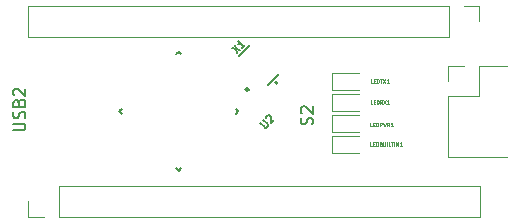
<source format=gbr>
%TF.GenerationSoftware,KiCad,Pcbnew,(6.0.11-0)*%
%TF.CreationDate,2023-05-04T16:40:56+03:00*%
%TF.ProjectId,Arduino Nano Differential impdance PCB,41726475-696e-46f2-904e-616e6f204469,rev?*%
%TF.SameCoordinates,Original*%
%TF.FileFunction,Legend,Top*%
%TF.FilePolarity,Positive*%
%FSLAX46Y46*%
G04 Gerber Fmt 4.6, Leading zero omitted, Abs format (unit mm)*
G04 Created by KiCad (PCBNEW (6.0.11-0)) date 2023-05-04 16:40:56*
%MOMM*%
%LPD*%
G01*
G04 APERTURE LIST*
%ADD10C,0.150000*%
%ADD11C,0.075000*%
%ADD12C,0.127000*%
%ADD13C,0.200000*%
%ADD14C,0.120000*%
%ADD15C,0.152400*%
%ADD16C,0.254000*%
G04 APERTURE END LIST*
D10*
%TO.C,X1*%
X151023826Y-97273524D02*
X151778073Y-97424374D01*
X151325525Y-96971825D02*
X151476374Y-97726072D01*
X152187521Y-97014925D02*
X151928922Y-97273524D01*
X152058222Y-97144225D02*
X151605674Y-96691676D01*
X151627224Y-96799426D01*
X151627224Y-96885625D01*
X151605674Y-96950275D01*
%TO.C,S2*%
X157851801Y-103729917D02*
X157899551Y-103586667D01*
X157899551Y-103347918D01*
X157851801Y-103252418D01*
X157804051Y-103204668D01*
X157708551Y-103156918D01*
X157613051Y-103156918D01*
X157517551Y-103204668D01*
X157469801Y-103252418D01*
X157422052Y-103347918D01*
X157374302Y-103538917D01*
X157326552Y-103634417D01*
X157278802Y-103682167D01*
X157183302Y-103729917D01*
X157087802Y-103729917D01*
X156992302Y-103682167D01*
X156944553Y-103634417D01*
X156896803Y-103538917D01*
X156896803Y-103300168D01*
X156944553Y-103156918D01*
X156992302Y-102774919D02*
X156944553Y-102727169D01*
X156896803Y-102631669D01*
X156896803Y-102392920D01*
X156944553Y-102297420D01*
X156992302Y-102249670D01*
X157087802Y-102201920D01*
X157183302Y-102201920D01*
X157326552Y-102249670D01*
X157899551Y-102822669D01*
X157899551Y-102201920D01*
D11*
%TO.C,LEDTX1*%
X162983142Y-100211714D02*
X162840285Y-100211714D01*
X162840285Y-99911714D01*
X163083142Y-100054571D02*
X163183142Y-100054571D01*
X163226000Y-100211714D02*
X163083142Y-100211714D01*
X163083142Y-99911714D01*
X163226000Y-99911714D01*
X163354571Y-100211714D02*
X163354571Y-99911714D01*
X163426000Y-99911714D01*
X163468857Y-99926000D01*
X163497428Y-99954571D01*
X163511714Y-99983142D01*
X163526000Y-100040285D01*
X163526000Y-100083142D01*
X163511714Y-100140285D01*
X163497428Y-100168857D01*
X163468857Y-100197428D01*
X163426000Y-100211714D01*
X163354571Y-100211714D01*
X163611714Y-99911714D02*
X163783142Y-99911714D01*
X163697428Y-100211714D02*
X163697428Y-99911714D01*
X163854571Y-99911714D02*
X164054571Y-100211714D01*
X164054571Y-99911714D02*
X163854571Y-100211714D01*
X164326000Y-100211714D02*
X164154571Y-100211714D01*
X164240285Y-100211714D02*
X164240285Y-99911714D01*
X164211714Y-99954571D01*
X164183142Y-99983142D01*
X164154571Y-99997428D01*
D10*
%TO.C,U2*%
X153456088Y-103602349D02*
X153823851Y-103970112D01*
X153888751Y-103991746D01*
X153932017Y-103991746D01*
X153996917Y-103970112D01*
X154083449Y-103883580D01*
X154105082Y-103818680D01*
X154105082Y-103775414D01*
X154083449Y-103710514D01*
X153715686Y-103342751D01*
X153953650Y-103191319D02*
X153953650Y-103148052D01*
X153975283Y-103083153D01*
X154083449Y-102974987D01*
X154148349Y-102953354D01*
X154191615Y-102953354D01*
X154256514Y-102974987D01*
X154299781Y-103018253D01*
X154343047Y-103104786D01*
X154343047Y-103623982D01*
X154624278Y-103342751D01*
D11*
%TO.C,LEDPWR1*%
X162895857Y-103894714D02*
X162753000Y-103894714D01*
X162753000Y-103594714D01*
X162995857Y-103737571D02*
X163095857Y-103737571D01*
X163138714Y-103894714D02*
X162995857Y-103894714D01*
X162995857Y-103594714D01*
X163138714Y-103594714D01*
X163267285Y-103894714D02*
X163267285Y-103594714D01*
X163338714Y-103594714D01*
X163381571Y-103609000D01*
X163410142Y-103637571D01*
X163424428Y-103666142D01*
X163438714Y-103723285D01*
X163438714Y-103766142D01*
X163424428Y-103823285D01*
X163410142Y-103851857D01*
X163381571Y-103880428D01*
X163338714Y-103894714D01*
X163267285Y-103894714D01*
X163567285Y-103894714D02*
X163567285Y-103594714D01*
X163681571Y-103594714D01*
X163710142Y-103609000D01*
X163724428Y-103623285D01*
X163738714Y-103651857D01*
X163738714Y-103694714D01*
X163724428Y-103723285D01*
X163710142Y-103737571D01*
X163681571Y-103751857D01*
X163567285Y-103751857D01*
X163838714Y-103594714D02*
X163910142Y-103894714D01*
X163967285Y-103680428D01*
X164024428Y-103894714D01*
X164095857Y-103594714D01*
X164381571Y-103894714D02*
X164281571Y-103751857D01*
X164210142Y-103894714D02*
X164210142Y-103594714D01*
X164324428Y-103594714D01*
X164353000Y-103609000D01*
X164367285Y-103623285D01*
X164381571Y-103651857D01*
X164381571Y-103694714D01*
X164367285Y-103723285D01*
X164353000Y-103737571D01*
X164324428Y-103751857D01*
X164210142Y-103751857D01*
X164667285Y-103894714D02*
X164495857Y-103894714D01*
X164581571Y-103894714D02*
X164581571Y-103594714D01*
X164553000Y-103637571D01*
X164524428Y-103666142D01*
X164495857Y-103680428D01*
D10*
%TO.C,USB2*%
X132547828Y-104228847D02*
X133358168Y-104228847D01*
X133453502Y-104181180D01*
X133501169Y-104133513D01*
X133548836Y-104038179D01*
X133548836Y-103847510D01*
X133501169Y-103752176D01*
X133453502Y-103704509D01*
X133358168Y-103656842D01*
X132547828Y-103656842D01*
X133501169Y-103227839D02*
X133548836Y-103084838D01*
X133548836Y-102846502D01*
X133501169Y-102751168D01*
X133453502Y-102703501D01*
X133358168Y-102655834D01*
X133262834Y-102655834D01*
X133167500Y-102703501D01*
X133119833Y-102751168D01*
X133072166Y-102846502D01*
X133024499Y-103037171D01*
X132976832Y-103132505D01*
X132929165Y-103180172D01*
X132833831Y-103227839D01*
X132738497Y-103227839D01*
X132643163Y-103180172D01*
X132595496Y-103132505D01*
X132547828Y-103037171D01*
X132547828Y-102798835D01*
X132595496Y-102655834D01*
X133024499Y-101893161D02*
X133072166Y-101750160D01*
X133119833Y-101702493D01*
X133215167Y-101654826D01*
X133358168Y-101654826D01*
X133453502Y-101702493D01*
X133501169Y-101750160D01*
X133548836Y-101845494D01*
X133548836Y-102226831D01*
X132547828Y-102226831D01*
X132547828Y-101893161D01*
X132595496Y-101797827D01*
X132643163Y-101750160D01*
X132738497Y-101702493D01*
X132833831Y-101702493D01*
X132929165Y-101750160D01*
X132976832Y-101797827D01*
X133024499Y-101893161D01*
X133024499Y-102226831D01*
X132643163Y-101273490D02*
X132595496Y-101225823D01*
X132547828Y-101130489D01*
X132547828Y-100892153D01*
X132595496Y-100796819D01*
X132643163Y-100749152D01*
X132738497Y-100701485D01*
X132833831Y-100701485D01*
X132976832Y-100749152D01*
X133548836Y-101321157D01*
X133548836Y-100701485D01*
D11*
%TO.C,LEDBUILTIN1*%
X162905428Y-105545714D02*
X162762571Y-105545714D01*
X162762571Y-105245714D01*
X163005428Y-105388571D02*
X163105428Y-105388571D01*
X163148285Y-105545714D02*
X163005428Y-105545714D01*
X163005428Y-105245714D01*
X163148285Y-105245714D01*
X163276857Y-105545714D02*
X163276857Y-105245714D01*
X163348285Y-105245714D01*
X163391142Y-105260000D01*
X163419714Y-105288571D01*
X163434000Y-105317142D01*
X163448285Y-105374285D01*
X163448285Y-105417142D01*
X163434000Y-105474285D01*
X163419714Y-105502857D01*
X163391142Y-105531428D01*
X163348285Y-105545714D01*
X163276857Y-105545714D01*
X163676857Y-105388571D02*
X163719714Y-105402857D01*
X163734000Y-105417142D01*
X163748285Y-105445714D01*
X163748285Y-105488571D01*
X163734000Y-105517142D01*
X163719714Y-105531428D01*
X163691142Y-105545714D01*
X163576857Y-105545714D01*
X163576857Y-105245714D01*
X163676857Y-105245714D01*
X163705428Y-105260000D01*
X163719714Y-105274285D01*
X163734000Y-105302857D01*
X163734000Y-105331428D01*
X163719714Y-105360000D01*
X163705428Y-105374285D01*
X163676857Y-105388571D01*
X163576857Y-105388571D01*
X163876857Y-105245714D02*
X163876857Y-105488571D01*
X163891142Y-105517142D01*
X163905428Y-105531428D01*
X163934000Y-105545714D01*
X163991142Y-105545714D01*
X164019714Y-105531428D01*
X164034000Y-105517142D01*
X164048285Y-105488571D01*
X164048285Y-105245714D01*
X164191142Y-105545714D02*
X164191142Y-105245714D01*
X164476857Y-105545714D02*
X164334000Y-105545714D01*
X164334000Y-105245714D01*
X164534000Y-105245714D02*
X164705428Y-105245714D01*
X164619714Y-105545714D02*
X164619714Y-105245714D01*
X164805428Y-105545714D02*
X164805428Y-105245714D01*
X164948285Y-105545714D02*
X164948285Y-105245714D01*
X165119714Y-105545714D01*
X165119714Y-105245714D01*
X165419714Y-105545714D02*
X165248285Y-105545714D01*
X165334000Y-105545714D02*
X165334000Y-105245714D01*
X165305428Y-105288571D01*
X165276857Y-105317142D01*
X165248285Y-105331428D01*
%TO.C,LEDRX1*%
X162947428Y-101989714D02*
X162804571Y-101989714D01*
X162804571Y-101689714D01*
X163047428Y-101832571D02*
X163147428Y-101832571D01*
X163190285Y-101989714D02*
X163047428Y-101989714D01*
X163047428Y-101689714D01*
X163190285Y-101689714D01*
X163318857Y-101989714D02*
X163318857Y-101689714D01*
X163390285Y-101689714D01*
X163433142Y-101704000D01*
X163461714Y-101732571D01*
X163476000Y-101761142D01*
X163490285Y-101818285D01*
X163490285Y-101861142D01*
X163476000Y-101918285D01*
X163461714Y-101946857D01*
X163433142Y-101975428D01*
X163390285Y-101989714D01*
X163318857Y-101989714D01*
X163790285Y-101989714D02*
X163690285Y-101846857D01*
X163618857Y-101989714D02*
X163618857Y-101689714D01*
X163733142Y-101689714D01*
X163761714Y-101704000D01*
X163776000Y-101718285D01*
X163790285Y-101746857D01*
X163790285Y-101789714D01*
X163776000Y-101818285D01*
X163761714Y-101832571D01*
X163733142Y-101846857D01*
X163618857Y-101846857D01*
X163890285Y-101689714D02*
X164090285Y-101989714D01*
X164090285Y-101689714D02*
X163890285Y-101989714D01*
X164361714Y-101989714D02*
X164190285Y-101989714D01*
X164276000Y-101989714D02*
X164276000Y-101689714D01*
X164247428Y-101732571D01*
X164218857Y-101761142D01*
X164190285Y-101775428D01*
D12*
%TO.C,X1*%
X155005343Y-99476104D02*
X154086104Y-100395343D01*
X152572896Y-97043657D02*
X151653657Y-97962896D01*
D13*
X154914423Y-100204424D02*
G75*
G03*
X154914423Y-100204424I-99999J0D01*
G01*
D14*
%TO.C,LEDTX1*%
X159551000Y-99341000D02*
X159551000Y-100811000D01*
X159551000Y-100811000D02*
X161836000Y-100811000D01*
X161836000Y-99341000D02*
X159551000Y-99341000D01*
D15*
%TO.C,U2*%
X141537542Y-102616000D02*
X141749674Y-102828132D01*
X151578458Y-102616000D02*
X151366326Y-102828132D01*
X141749674Y-102403868D02*
X141537542Y-102616000D01*
X146770132Y-107424326D02*
X146558000Y-107636458D01*
X146558000Y-97595542D02*
X146345868Y-97807674D01*
X151366326Y-102403868D02*
X151578458Y-102616000D01*
X146770132Y-97807674D02*
X146558000Y-97595542D01*
X146558000Y-107636458D02*
X146345868Y-107424326D01*
D16*
X152475497Y-100785301D02*
G75*
G03*
X152475497Y-100785301I-127000J0D01*
G01*
D14*
%TO.C,H3*%
X171953000Y-101361000D02*
X171953000Y-98761000D01*
X169353000Y-101361000D02*
X169353000Y-106501000D01*
X169353000Y-101361000D02*
X171953000Y-101361000D01*
X169353000Y-100091000D02*
X169353000Y-98761000D01*
X169353000Y-106501000D02*
X174383000Y-106491000D01*
X169353000Y-98761000D02*
X170683000Y-98761000D01*
X171953000Y-98761000D02*
X174383000Y-98761000D01*
%TO.C,H1*%
X133793000Y-93666000D02*
X133793000Y-96326000D01*
X172013000Y-93666000D02*
X172013000Y-94996000D01*
X170683000Y-93666000D02*
X172013000Y-93666000D01*
X169413000Y-93666000D02*
X169413000Y-96326000D01*
X169413000Y-93666000D02*
X133793000Y-93666000D01*
X169413000Y-96326000D02*
X133793000Y-96326000D01*
%TO.C,H2*%
X136403000Y-108906000D02*
X172023000Y-108906000D01*
X135133000Y-111566000D02*
X133803000Y-111566000D01*
X172023000Y-111566000D02*
X172023000Y-108906000D01*
X133803000Y-111566000D02*
X133803000Y-110236000D01*
X136403000Y-111566000D02*
X172023000Y-111566000D01*
X136403000Y-111566000D02*
X136403000Y-108906000D01*
%TO.C,LEDPWR1*%
X161836000Y-102897000D02*
X159551000Y-102897000D01*
X159551000Y-102897000D02*
X159551000Y-104367000D01*
X159551000Y-104367000D02*
X161836000Y-104367000D01*
%TO.C,LEDBUILTIN1*%
X159551000Y-106145000D02*
X161836000Y-106145000D01*
X159551000Y-104675000D02*
X159551000Y-106145000D01*
X161836000Y-104675000D02*
X159551000Y-104675000D01*
%TO.C,LEDRX1*%
X159551000Y-101119000D02*
X159551000Y-102589000D01*
X159551000Y-102589000D02*
X161836000Y-102589000D01*
X161836000Y-101119000D02*
X159551000Y-101119000D01*
%TD*%
M02*

</source>
